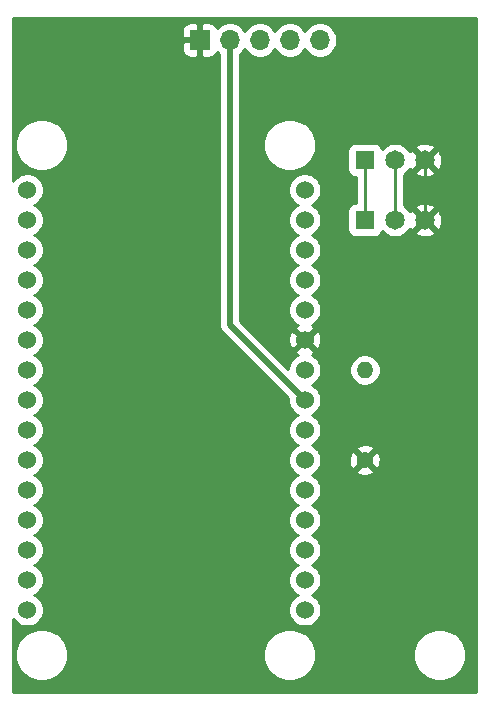
<source format=gbr>
%TF.GenerationSoftware,KiCad,Pcbnew,(5.1.9)-1*%
%TF.CreationDate,2021-04-23T18:31:25-07:00*%
%TF.ProjectId,LakeLevel,4c616b65-4c65-4766-956c-2e6b69636164,rev?*%
%TF.SameCoordinates,Original*%
%TF.FileFunction,Copper,L2,Bot*%
%TF.FilePolarity,Positive*%
%FSLAX46Y46*%
G04 Gerber Fmt 4.6, Leading zero omitted, Abs format (unit mm)*
G04 Created by KiCad (PCBNEW (5.1.9)-1) date 2021-04-23 18:31:25*
%MOMM*%
%LPD*%
G01*
G04 APERTURE LIST*
%TA.AperFunction,ComponentPad*%
%ADD10C,1.524000*%
%TD*%
%TA.AperFunction,ComponentPad*%
%ADD11O,1.400000X1.400000*%
%TD*%
%TA.AperFunction,ComponentPad*%
%ADD12C,1.400000*%
%TD*%
%TA.AperFunction,ComponentPad*%
%ADD13O,1.700000X1.700000*%
%TD*%
%TA.AperFunction,ComponentPad*%
%ADD14R,1.700000X1.700000*%
%TD*%
%TA.AperFunction,ComponentPad*%
%ADD15R,1.650000X1.650000*%
%TD*%
%TA.AperFunction,ComponentPad*%
%ADD16C,1.650000*%
%TD*%
%TA.AperFunction,Conductor*%
%ADD17C,0.250000*%
%TD*%
%TA.AperFunction,Conductor*%
%ADD18C,0.500000*%
%TD*%
%TA.AperFunction,Conductor*%
%ADD19C,0.254000*%
%TD*%
%TA.AperFunction,Conductor*%
%ADD20C,0.100000*%
%TD*%
G04 APERTURE END LIST*
D10*
%TO.P,U1,30*%
%TO.N,Net-(U1-Pad30)*%
X144780000Y-74930000D03*
%TO.P,U1,29*%
%TO.N,Net-(U1-Pad29)*%
X144780000Y-77470000D03*
%TO.P,U1,28*%
%TO.N,/DQ*%
X144780000Y-80010000D03*
%TO.P,U1,27*%
%TO.N,Net-(U1-Pad27)*%
X144780000Y-82550000D03*
%TO.P,U1,26*%
%TO.N,Net-(U1-Pad26)*%
X144780000Y-85090000D03*
%TO.P,U1,25*%
%TO.N,/VDD*%
X144780000Y-87630000D03*
%TO.P,U1,24*%
%TO.N,/GND*%
X144780000Y-90170000D03*
%TO.P,U1,23*%
%TO.N,/RX_Trig*%
X144780000Y-92710000D03*
%TO.P,U1,22*%
%TO.N,/TX_Echo*%
X144780000Y-95250000D03*
%TO.P,U1,21*%
%TO.N,Net-(U1-Pad21)*%
X144780000Y-97790000D03*
%TO.P,U1,20*%
%TO.N,Net-(U1-Pad20)*%
X144780000Y-100330000D03*
%TO.P,U1,19*%
%TO.N,Net-(U1-Pad19)*%
X144780000Y-102870000D03*
%TO.P,U1,18*%
%TO.N,Net-(U1-Pad18)*%
X144780000Y-105410000D03*
%TO.P,U1,17*%
%TO.N,/GND*%
X144780000Y-107950000D03*
%TO.P,U1,16*%
%TO.N,Net-(U1-Pad16)*%
X144780000Y-110490000D03*
%TO.P,U1,15*%
%TO.N,Net-(U1-Pad15)*%
X121285000Y-110490000D03*
%TO.P,U1,14*%
%TO.N,Net-(U1-Pad14)*%
X121285000Y-107950000D03*
%TO.P,U1,13*%
%TO.N,Net-(U1-Pad13)*%
X121285000Y-105410000D03*
%TO.P,U1,12*%
%TO.N,Net-(U1-Pad12)*%
X121285000Y-102870000D03*
%TO.P,U1,11*%
%TO.N,Net-(U1-Pad11)*%
X121285000Y-100330000D03*
%TO.P,U1,10*%
%TO.N,Net-(U1-Pad10)*%
X121285000Y-97790000D03*
%TO.P,U1,9*%
%TO.N,Net-(U1-Pad9)*%
X121285000Y-95250000D03*
%TO.P,U1,8*%
%TO.N,Net-(U1-Pad8)*%
X121285000Y-92710000D03*
%TO.P,U1,7*%
%TO.N,Net-(U1-Pad7)*%
X121285000Y-90170000D03*
%TO.P,U1,6*%
%TO.N,Net-(U1-Pad6)*%
X121285000Y-87630000D03*
%TO.P,U1,5*%
%TO.N,Net-(U1-Pad5)*%
X121285000Y-85090000D03*
%TO.P,U1,4*%
%TO.N,Net-(U1-Pad4)*%
X121285000Y-82550000D03*
%TO.P,U1,3*%
%TO.N,Net-(U1-Pad3)*%
X121285000Y-80010000D03*
%TO.P,U1,2*%
%TO.N,Net-(U1-Pad2)*%
X121285000Y-77470000D03*
%TO.P,U1,1*%
%TO.N,Net-(U1-Pad1)*%
X121285000Y-74930000D03*
%TD*%
D11*
%TO.P,R1,2*%
%TO.N,/DQ*%
X149860000Y-90170000D03*
D12*
%TO.P,R1,1*%
%TO.N,/VDD*%
X149860000Y-97790000D03*
%TD*%
D13*
%TO.P,J1,5*%
%TO.N,Net-(J1-Pad5)*%
X146050000Y-62230000D03*
%TO.P,J1,4*%
%TO.N,/GND*%
X143510000Y-62230000D03*
%TO.P,J1,3*%
%TO.N,/TX_Echo*%
X140970000Y-62230000D03*
%TO.P,J1,2*%
%TO.N,/RX_Trig*%
X138430000Y-62230000D03*
D14*
%TO.P,J1,1*%
%TO.N,/VDD*%
X135890000Y-62230000D03*
%TD*%
D15*
%TO.P,DS18B20,1_A*%
%TO.N,/GND*%
X149860000Y-72390000D03*
D16*
%TO.P,DS18B20,2_A*%
%TO.N,/DQ*%
X152400000Y-72390000D03*
%TO.P,DS18B20,3_A*%
%TO.N,/VDD*%
X154940000Y-72390000D03*
D15*
%TO.P,DS18B20,1_B*%
%TO.N,/GND*%
X149860000Y-77470000D03*
D16*
%TO.P,DS18B20,2_B*%
%TO.N,/DQ*%
X152400000Y-77470000D03*
%TO.P,DS18B20,3_B*%
%TO.N,/VDD*%
X154940000Y-77470000D03*
%TD*%
D17*
%TO.N,/VDD*%
X154940000Y-72390000D02*
X154940000Y-77470000D01*
%TO.N,/DQ*%
X152400000Y-72390000D02*
X152400000Y-77470000D01*
%TO.N,/GND*%
X149860000Y-76833590D02*
X149541795Y-77151795D01*
X149860000Y-72390000D02*
X149860000Y-76833590D01*
D18*
%TO.N,/RX_Trig*%
X138430000Y-86360000D02*
X144780000Y-92710000D01*
X138430000Y-62230000D02*
X138430000Y-86360000D01*
%TD*%
D19*
%TO.N,/VDD*%
X159310001Y-117400000D02*
X120090000Y-117400000D01*
X120090000Y-114079872D01*
X120285000Y-114079872D01*
X120285000Y-114520128D01*
X120370890Y-114951925D01*
X120539369Y-115358669D01*
X120783962Y-115724729D01*
X121095271Y-116036038D01*
X121461331Y-116280631D01*
X121868075Y-116449110D01*
X122299872Y-116535000D01*
X122740128Y-116535000D01*
X123171925Y-116449110D01*
X123578669Y-116280631D01*
X123944729Y-116036038D01*
X124256038Y-115724729D01*
X124500631Y-115358669D01*
X124669110Y-114951925D01*
X124755000Y-114520128D01*
X124755000Y-114079872D01*
X141275000Y-114079872D01*
X141275000Y-114520128D01*
X141360890Y-114951925D01*
X141529369Y-115358669D01*
X141773962Y-115724729D01*
X142085271Y-116036038D01*
X142451331Y-116280631D01*
X142858075Y-116449110D01*
X143289872Y-116535000D01*
X143730128Y-116535000D01*
X144161925Y-116449110D01*
X144568669Y-116280631D01*
X144934729Y-116036038D01*
X145246038Y-115724729D01*
X145490631Y-115358669D01*
X145659110Y-114951925D01*
X145745000Y-114520128D01*
X145745000Y-114079872D01*
X153975000Y-114079872D01*
X153975000Y-114520128D01*
X154060890Y-114951925D01*
X154229369Y-115358669D01*
X154473962Y-115724729D01*
X154785271Y-116036038D01*
X155151331Y-116280631D01*
X155558075Y-116449110D01*
X155989872Y-116535000D01*
X156430128Y-116535000D01*
X156861925Y-116449110D01*
X157268669Y-116280631D01*
X157634729Y-116036038D01*
X157946038Y-115724729D01*
X158190631Y-115358669D01*
X158359110Y-114951925D01*
X158445000Y-114520128D01*
X158445000Y-114079872D01*
X158359110Y-113648075D01*
X158190631Y-113241331D01*
X157946038Y-112875271D01*
X157634729Y-112563962D01*
X157268669Y-112319369D01*
X156861925Y-112150890D01*
X156430128Y-112065000D01*
X155989872Y-112065000D01*
X155558075Y-112150890D01*
X155151331Y-112319369D01*
X154785271Y-112563962D01*
X154473962Y-112875271D01*
X154229369Y-113241331D01*
X154060890Y-113648075D01*
X153975000Y-114079872D01*
X145745000Y-114079872D01*
X145659110Y-113648075D01*
X145490631Y-113241331D01*
X145246038Y-112875271D01*
X144934729Y-112563962D01*
X144568669Y-112319369D01*
X144161925Y-112150890D01*
X143730128Y-112065000D01*
X143289872Y-112065000D01*
X142858075Y-112150890D01*
X142451331Y-112319369D01*
X142085271Y-112563962D01*
X141773962Y-112875271D01*
X141529369Y-113241331D01*
X141360890Y-113648075D01*
X141275000Y-114079872D01*
X124755000Y-114079872D01*
X124669110Y-113648075D01*
X124500631Y-113241331D01*
X124256038Y-112875271D01*
X123944729Y-112563962D01*
X123578669Y-112319369D01*
X123171925Y-112150890D01*
X122740128Y-112065000D01*
X122299872Y-112065000D01*
X121868075Y-112150890D01*
X121461331Y-112319369D01*
X121095271Y-112563962D01*
X120783962Y-112875271D01*
X120539369Y-113241331D01*
X120370890Y-113648075D01*
X120285000Y-114079872D01*
X120090000Y-114079872D01*
X120090000Y-111216088D01*
X120199880Y-111380535D01*
X120394465Y-111575120D01*
X120623273Y-111728005D01*
X120877510Y-111833314D01*
X121147408Y-111887000D01*
X121422592Y-111887000D01*
X121692490Y-111833314D01*
X121946727Y-111728005D01*
X122175535Y-111575120D01*
X122370120Y-111380535D01*
X122523005Y-111151727D01*
X122628314Y-110897490D01*
X122682000Y-110627592D01*
X122682000Y-110352408D01*
X122628314Y-110082510D01*
X122523005Y-109828273D01*
X122370120Y-109599465D01*
X122175535Y-109404880D01*
X121946727Y-109251995D01*
X121869485Y-109220000D01*
X121946727Y-109188005D01*
X122175535Y-109035120D01*
X122370120Y-108840535D01*
X122523005Y-108611727D01*
X122628314Y-108357490D01*
X122682000Y-108087592D01*
X122682000Y-107812408D01*
X122628314Y-107542510D01*
X122523005Y-107288273D01*
X122370120Y-107059465D01*
X122175535Y-106864880D01*
X121946727Y-106711995D01*
X121869485Y-106680000D01*
X121946727Y-106648005D01*
X122175535Y-106495120D01*
X122370120Y-106300535D01*
X122523005Y-106071727D01*
X122628314Y-105817490D01*
X122682000Y-105547592D01*
X122682000Y-105272408D01*
X122628314Y-105002510D01*
X122523005Y-104748273D01*
X122370120Y-104519465D01*
X122175535Y-104324880D01*
X121946727Y-104171995D01*
X121869485Y-104140000D01*
X121946727Y-104108005D01*
X122175535Y-103955120D01*
X122370120Y-103760535D01*
X122523005Y-103531727D01*
X122628314Y-103277490D01*
X122682000Y-103007592D01*
X122682000Y-102732408D01*
X122628314Y-102462510D01*
X122523005Y-102208273D01*
X122370120Y-101979465D01*
X122175535Y-101784880D01*
X121946727Y-101631995D01*
X121869485Y-101600000D01*
X121946727Y-101568005D01*
X122175535Y-101415120D01*
X122370120Y-101220535D01*
X122523005Y-100991727D01*
X122628314Y-100737490D01*
X122682000Y-100467592D01*
X122682000Y-100192408D01*
X122628314Y-99922510D01*
X122523005Y-99668273D01*
X122370120Y-99439465D01*
X122175535Y-99244880D01*
X121946727Y-99091995D01*
X121869485Y-99060000D01*
X121946727Y-99028005D01*
X122175535Y-98875120D01*
X122370120Y-98680535D01*
X122523005Y-98451727D01*
X122628314Y-98197490D01*
X122682000Y-97927592D01*
X122682000Y-97652408D01*
X122628314Y-97382510D01*
X122523005Y-97128273D01*
X122370120Y-96899465D01*
X122175535Y-96704880D01*
X121946727Y-96551995D01*
X121869485Y-96520000D01*
X121946727Y-96488005D01*
X122175535Y-96335120D01*
X122370120Y-96140535D01*
X122523005Y-95911727D01*
X122628314Y-95657490D01*
X122682000Y-95387592D01*
X122682000Y-95112408D01*
X122628314Y-94842510D01*
X122523005Y-94588273D01*
X122370120Y-94359465D01*
X122175535Y-94164880D01*
X121946727Y-94011995D01*
X121869485Y-93980000D01*
X121946727Y-93948005D01*
X122175535Y-93795120D01*
X122370120Y-93600535D01*
X122523005Y-93371727D01*
X122628314Y-93117490D01*
X122682000Y-92847592D01*
X122682000Y-92572408D01*
X122628314Y-92302510D01*
X122523005Y-92048273D01*
X122370120Y-91819465D01*
X122175535Y-91624880D01*
X121946727Y-91471995D01*
X121869485Y-91440000D01*
X121946727Y-91408005D01*
X122175535Y-91255120D01*
X122370120Y-91060535D01*
X122523005Y-90831727D01*
X122628314Y-90577490D01*
X122682000Y-90307592D01*
X122682000Y-90032408D01*
X122628314Y-89762510D01*
X122523005Y-89508273D01*
X122370120Y-89279465D01*
X122175535Y-89084880D01*
X121946727Y-88931995D01*
X121869485Y-88900000D01*
X121946727Y-88868005D01*
X122175535Y-88715120D01*
X122370120Y-88520535D01*
X122523005Y-88291727D01*
X122628314Y-88037490D01*
X122682000Y-87767592D01*
X122682000Y-87492408D01*
X122628314Y-87222510D01*
X122523005Y-86968273D01*
X122370120Y-86739465D01*
X122175535Y-86544880D01*
X121946727Y-86391995D01*
X121869485Y-86360000D01*
X121946727Y-86328005D01*
X122175535Y-86175120D01*
X122370120Y-85980535D01*
X122523005Y-85751727D01*
X122628314Y-85497490D01*
X122682000Y-85227592D01*
X122682000Y-84952408D01*
X122628314Y-84682510D01*
X122523005Y-84428273D01*
X122370120Y-84199465D01*
X122175535Y-84004880D01*
X121946727Y-83851995D01*
X121869485Y-83820000D01*
X121946727Y-83788005D01*
X122175535Y-83635120D01*
X122370120Y-83440535D01*
X122523005Y-83211727D01*
X122628314Y-82957490D01*
X122682000Y-82687592D01*
X122682000Y-82412408D01*
X122628314Y-82142510D01*
X122523005Y-81888273D01*
X122370120Y-81659465D01*
X122175535Y-81464880D01*
X121946727Y-81311995D01*
X121869485Y-81280000D01*
X121946727Y-81248005D01*
X122175535Y-81095120D01*
X122370120Y-80900535D01*
X122523005Y-80671727D01*
X122628314Y-80417490D01*
X122682000Y-80147592D01*
X122682000Y-79872408D01*
X122628314Y-79602510D01*
X122523005Y-79348273D01*
X122370120Y-79119465D01*
X122175535Y-78924880D01*
X121946727Y-78771995D01*
X121869485Y-78740000D01*
X121946727Y-78708005D01*
X122175535Y-78555120D01*
X122370120Y-78360535D01*
X122523005Y-78131727D01*
X122628314Y-77877490D01*
X122682000Y-77607592D01*
X122682000Y-77332408D01*
X122628314Y-77062510D01*
X122523005Y-76808273D01*
X122370120Y-76579465D01*
X122175535Y-76384880D01*
X121946727Y-76231995D01*
X121869485Y-76200000D01*
X121946727Y-76168005D01*
X122175535Y-76015120D01*
X122370120Y-75820535D01*
X122523005Y-75591727D01*
X122628314Y-75337490D01*
X122682000Y-75067592D01*
X122682000Y-74792408D01*
X122628314Y-74522510D01*
X122523005Y-74268273D01*
X122370120Y-74039465D01*
X122175535Y-73844880D01*
X121946727Y-73691995D01*
X121692490Y-73586686D01*
X121422592Y-73533000D01*
X121147408Y-73533000D01*
X120877510Y-73586686D01*
X120623273Y-73691995D01*
X120394465Y-73844880D01*
X120199880Y-74039465D01*
X120090000Y-74203912D01*
X120090000Y-70899872D01*
X120285000Y-70899872D01*
X120285000Y-71340128D01*
X120370890Y-71771925D01*
X120539369Y-72178669D01*
X120783962Y-72544729D01*
X121095271Y-72856038D01*
X121461331Y-73100631D01*
X121868075Y-73269110D01*
X122299872Y-73355000D01*
X122740128Y-73355000D01*
X123171925Y-73269110D01*
X123578669Y-73100631D01*
X123944729Y-72856038D01*
X124256038Y-72544729D01*
X124500631Y-72178669D01*
X124669110Y-71771925D01*
X124755000Y-71340128D01*
X124755000Y-70899872D01*
X124669110Y-70468075D01*
X124500631Y-70061331D01*
X124256038Y-69695271D01*
X123944729Y-69383962D01*
X123578669Y-69139369D01*
X123171925Y-68970890D01*
X122740128Y-68885000D01*
X122299872Y-68885000D01*
X121868075Y-68970890D01*
X121461331Y-69139369D01*
X121095271Y-69383962D01*
X120783962Y-69695271D01*
X120539369Y-70061331D01*
X120370890Y-70468075D01*
X120285000Y-70899872D01*
X120090000Y-70899872D01*
X120090000Y-63080000D01*
X134401928Y-63080000D01*
X134414188Y-63204482D01*
X134450498Y-63324180D01*
X134509463Y-63434494D01*
X134588815Y-63531185D01*
X134685506Y-63610537D01*
X134795820Y-63669502D01*
X134915518Y-63705812D01*
X135040000Y-63718072D01*
X135604250Y-63715000D01*
X135763000Y-63556250D01*
X135763000Y-62357000D01*
X134563750Y-62357000D01*
X134405000Y-62515750D01*
X134401928Y-63080000D01*
X120090000Y-63080000D01*
X120090000Y-61380000D01*
X134401928Y-61380000D01*
X134405000Y-61944250D01*
X134563750Y-62103000D01*
X135763000Y-62103000D01*
X135763000Y-60903750D01*
X136017000Y-60903750D01*
X136017000Y-62103000D01*
X136037000Y-62103000D01*
X136037000Y-62357000D01*
X136017000Y-62357000D01*
X136017000Y-63556250D01*
X136175750Y-63715000D01*
X136740000Y-63718072D01*
X136864482Y-63705812D01*
X136984180Y-63669502D01*
X137094494Y-63610537D01*
X137191185Y-63531185D01*
X137270537Y-63434494D01*
X137329502Y-63324180D01*
X137351513Y-63251620D01*
X137483368Y-63383475D01*
X137545000Y-63424656D01*
X137545001Y-86316521D01*
X137540719Y-86360000D01*
X137557805Y-86533490D01*
X137608412Y-86700313D01*
X137690590Y-86854059D01*
X137773468Y-86955046D01*
X137773471Y-86955049D01*
X137801184Y-86988817D01*
X137834952Y-87016530D01*
X143384299Y-92565878D01*
X143383000Y-92572408D01*
X143383000Y-92847592D01*
X143436686Y-93117490D01*
X143541995Y-93371727D01*
X143694880Y-93600535D01*
X143889465Y-93795120D01*
X144118273Y-93948005D01*
X144195515Y-93980000D01*
X144118273Y-94011995D01*
X143889465Y-94164880D01*
X143694880Y-94359465D01*
X143541995Y-94588273D01*
X143436686Y-94842510D01*
X143383000Y-95112408D01*
X143383000Y-95387592D01*
X143436686Y-95657490D01*
X143541995Y-95911727D01*
X143694880Y-96140535D01*
X143889465Y-96335120D01*
X144118273Y-96488005D01*
X144195515Y-96520000D01*
X144118273Y-96551995D01*
X143889465Y-96704880D01*
X143694880Y-96899465D01*
X143541995Y-97128273D01*
X143436686Y-97382510D01*
X143383000Y-97652408D01*
X143383000Y-97927592D01*
X143436686Y-98197490D01*
X143541995Y-98451727D01*
X143694880Y-98680535D01*
X143889465Y-98875120D01*
X144118273Y-99028005D01*
X144195515Y-99060000D01*
X144118273Y-99091995D01*
X143889465Y-99244880D01*
X143694880Y-99439465D01*
X143541995Y-99668273D01*
X143436686Y-99922510D01*
X143383000Y-100192408D01*
X143383000Y-100467592D01*
X143436686Y-100737490D01*
X143541995Y-100991727D01*
X143694880Y-101220535D01*
X143889465Y-101415120D01*
X144118273Y-101568005D01*
X144195515Y-101600000D01*
X144118273Y-101631995D01*
X143889465Y-101784880D01*
X143694880Y-101979465D01*
X143541995Y-102208273D01*
X143436686Y-102462510D01*
X143383000Y-102732408D01*
X143383000Y-103007592D01*
X143436686Y-103277490D01*
X143541995Y-103531727D01*
X143694880Y-103760535D01*
X143889465Y-103955120D01*
X144118273Y-104108005D01*
X144195515Y-104140000D01*
X144118273Y-104171995D01*
X143889465Y-104324880D01*
X143694880Y-104519465D01*
X143541995Y-104748273D01*
X143436686Y-105002510D01*
X143383000Y-105272408D01*
X143383000Y-105547592D01*
X143436686Y-105817490D01*
X143541995Y-106071727D01*
X143694880Y-106300535D01*
X143889465Y-106495120D01*
X144118273Y-106648005D01*
X144195515Y-106680000D01*
X144118273Y-106711995D01*
X143889465Y-106864880D01*
X143694880Y-107059465D01*
X143541995Y-107288273D01*
X143436686Y-107542510D01*
X143383000Y-107812408D01*
X143383000Y-108087592D01*
X143436686Y-108357490D01*
X143541995Y-108611727D01*
X143694880Y-108840535D01*
X143889465Y-109035120D01*
X144118273Y-109188005D01*
X144195515Y-109220000D01*
X144118273Y-109251995D01*
X143889465Y-109404880D01*
X143694880Y-109599465D01*
X143541995Y-109828273D01*
X143436686Y-110082510D01*
X143383000Y-110352408D01*
X143383000Y-110627592D01*
X143436686Y-110897490D01*
X143541995Y-111151727D01*
X143694880Y-111380535D01*
X143889465Y-111575120D01*
X144118273Y-111728005D01*
X144372510Y-111833314D01*
X144642408Y-111887000D01*
X144917592Y-111887000D01*
X145187490Y-111833314D01*
X145441727Y-111728005D01*
X145670535Y-111575120D01*
X145865120Y-111380535D01*
X146018005Y-111151727D01*
X146123314Y-110897490D01*
X146177000Y-110627592D01*
X146177000Y-110352408D01*
X146123314Y-110082510D01*
X146018005Y-109828273D01*
X145865120Y-109599465D01*
X145670535Y-109404880D01*
X145441727Y-109251995D01*
X145364485Y-109220000D01*
X145441727Y-109188005D01*
X145670535Y-109035120D01*
X145865120Y-108840535D01*
X146018005Y-108611727D01*
X146123314Y-108357490D01*
X146177000Y-108087592D01*
X146177000Y-107812408D01*
X146123314Y-107542510D01*
X146018005Y-107288273D01*
X145865120Y-107059465D01*
X145670535Y-106864880D01*
X145441727Y-106711995D01*
X145364485Y-106680000D01*
X145441727Y-106648005D01*
X145670535Y-106495120D01*
X145865120Y-106300535D01*
X146018005Y-106071727D01*
X146123314Y-105817490D01*
X146177000Y-105547592D01*
X146177000Y-105272408D01*
X146123314Y-105002510D01*
X146018005Y-104748273D01*
X145865120Y-104519465D01*
X145670535Y-104324880D01*
X145441727Y-104171995D01*
X145364485Y-104140000D01*
X145441727Y-104108005D01*
X145670535Y-103955120D01*
X145865120Y-103760535D01*
X146018005Y-103531727D01*
X146123314Y-103277490D01*
X146177000Y-103007592D01*
X146177000Y-102732408D01*
X146123314Y-102462510D01*
X146018005Y-102208273D01*
X145865120Y-101979465D01*
X145670535Y-101784880D01*
X145441727Y-101631995D01*
X145364485Y-101600000D01*
X145441727Y-101568005D01*
X145670535Y-101415120D01*
X145865120Y-101220535D01*
X146018005Y-100991727D01*
X146123314Y-100737490D01*
X146177000Y-100467592D01*
X146177000Y-100192408D01*
X146123314Y-99922510D01*
X146018005Y-99668273D01*
X145865120Y-99439465D01*
X145670535Y-99244880D01*
X145441727Y-99091995D01*
X145364485Y-99060000D01*
X145441727Y-99028005D01*
X145670535Y-98875120D01*
X145834386Y-98711269D01*
X149118336Y-98711269D01*
X149177797Y-98945037D01*
X149416242Y-99055934D01*
X149671740Y-99118183D01*
X149934473Y-99129390D01*
X150194344Y-99089125D01*
X150441366Y-98998935D01*
X150542203Y-98945037D01*
X150601664Y-98711269D01*
X149860000Y-97969605D01*
X149118336Y-98711269D01*
X145834386Y-98711269D01*
X145865120Y-98680535D01*
X146018005Y-98451727D01*
X146123314Y-98197490D01*
X146177000Y-97927592D01*
X146177000Y-97864473D01*
X148520610Y-97864473D01*
X148560875Y-98124344D01*
X148651065Y-98371366D01*
X148704963Y-98472203D01*
X148938731Y-98531664D01*
X149680395Y-97790000D01*
X150039605Y-97790000D01*
X150781269Y-98531664D01*
X151015037Y-98472203D01*
X151125934Y-98233758D01*
X151188183Y-97978260D01*
X151199390Y-97715527D01*
X151159125Y-97455656D01*
X151068935Y-97208634D01*
X151015037Y-97107797D01*
X150781269Y-97048336D01*
X150039605Y-97790000D01*
X149680395Y-97790000D01*
X148938731Y-97048336D01*
X148704963Y-97107797D01*
X148594066Y-97346242D01*
X148531817Y-97601740D01*
X148520610Y-97864473D01*
X146177000Y-97864473D01*
X146177000Y-97652408D01*
X146123314Y-97382510D01*
X146018005Y-97128273D01*
X145865120Y-96899465D01*
X145834386Y-96868731D01*
X149118336Y-96868731D01*
X149860000Y-97610395D01*
X150601664Y-96868731D01*
X150542203Y-96634963D01*
X150303758Y-96524066D01*
X150048260Y-96461817D01*
X149785527Y-96450610D01*
X149525656Y-96490875D01*
X149278634Y-96581065D01*
X149177797Y-96634963D01*
X149118336Y-96868731D01*
X145834386Y-96868731D01*
X145670535Y-96704880D01*
X145441727Y-96551995D01*
X145364485Y-96520000D01*
X145441727Y-96488005D01*
X145670535Y-96335120D01*
X145865120Y-96140535D01*
X146018005Y-95911727D01*
X146123314Y-95657490D01*
X146177000Y-95387592D01*
X146177000Y-95112408D01*
X146123314Y-94842510D01*
X146018005Y-94588273D01*
X145865120Y-94359465D01*
X145670535Y-94164880D01*
X145441727Y-94011995D01*
X145364485Y-93980000D01*
X145441727Y-93948005D01*
X145670535Y-93795120D01*
X145865120Y-93600535D01*
X146018005Y-93371727D01*
X146123314Y-93117490D01*
X146177000Y-92847592D01*
X146177000Y-92572408D01*
X146123314Y-92302510D01*
X146018005Y-92048273D01*
X145865120Y-91819465D01*
X145670535Y-91624880D01*
X145441727Y-91471995D01*
X145364485Y-91440000D01*
X145441727Y-91408005D01*
X145670535Y-91255120D01*
X145865120Y-91060535D01*
X146018005Y-90831727D01*
X146123314Y-90577490D01*
X146177000Y-90307592D01*
X146177000Y-90038514D01*
X148525000Y-90038514D01*
X148525000Y-90301486D01*
X148576304Y-90559405D01*
X148676939Y-90802359D01*
X148823038Y-91021013D01*
X149008987Y-91206962D01*
X149227641Y-91353061D01*
X149470595Y-91453696D01*
X149728514Y-91505000D01*
X149991486Y-91505000D01*
X150249405Y-91453696D01*
X150492359Y-91353061D01*
X150711013Y-91206962D01*
X150896962Y-91021013D01*
X151043061Y-90802359D01*
X151143696Y-90559405D01*
X151195000Y-90301486D01*
X151195000Y-90038514D01*
X151143696Y-89780595D01*
X151043061Y-89537641D01*
X150896962Y-89318987D01*
X150711013Y-89133038D01*
X150492359Y-88986939D01*
X150249405Y-88886304D01*
X149991486Y-88835000D01*
X149728514Y-88835000D01*
X149470595Y-88886304D01*
X149227641Y-88986939D01*
X149008987Y-89133038D01*
X148823038Y-89318987D01*
X148676939Y-89537641D01*
X148576304Y-89780595D01*
X148525000Y-90038514D01*
X146177000Y-90038514D01*
X146177000Y-90032408D01*
X146123314Y-89762510D01*
X146018005Y-89508273D01*
X145865120Y-89279465D01*
X145670535Y-89084880D01*
X145441727Y-88931995D01*
X145370057Y-88902308D01*
X145383023Y-88897636D01*
X145498980Y-88835656D01*
X145565960Y-88595565D01*
X144780000Y-87809605D01*
X143994040Y-88595565D01*
X144061020Y-88835656D01*
X144196760Y-88899485D01*
X144118273Y-88931995D01*
X143889465Y-89084880D01*
X143694880Y-89279465D01*
X143541995Y-89508273D01*
X143436686Y-89762510D01*
X143383000Y-90032408D01*
X143383000Y-90061421D01*
X141023596Y-87702017D01*
X143378090Y-87702017D01*
X143419078Y-87974133D01*
X143512364Y-88233023D01*
X143574344Y-88348980D01*
X143814435Y-88415960D01*
X144600395Y-87630000D01*
X144959605Y-87630000D01*
X145745565Y-88415960D01*
X145985656Y-88348980D01*
X146102756Y-88099952D01*
X146169023Y-87832865D01*
X146181910Y-87557983D01*
X146140922Y-87285867D01*
X146047636Y-87026977D01*
X145985656Y-86911020D01*
X145745565Y-86844040D01*
X144959605Y-87630000D01*
X144600395Y-87630000D01*
X143814435Y-86844040D01*
X143574344Y-86911020D01*
X143457244Y-87160048D01*
X143390977Y-87427135D01*
X143378090Y-87702017D01*
X141023596Y-87702017D01*
X139315000Y-85993422D01*
X139315000Y-74792408D01*
X143383000Y-74792408D01*
X143383000Y-75067592D01*
X143436686Y-75337490D01*
X143541995Y-75591727D01*
X143694880Y-75820535D01*
X143889465Y-76015120D01*
X144118273Y-76168005D01*
X144195515Y-76200000D01*
X144118273Y-76231995D01*
X143889465Y-76384880D01*
X143694880Y-76579465D01*
X143541995Y-76808273D01*
X143436686Y-77062510D01*
X143383000Y-77332408D01*
X143383000Y-77607592D01*
X143436686Y-77877490D01*
X143541995Y-78131727D01*
X143694880Y-78360535D01*
X143889465Y-78555120D01*
X144118273Y-78708005D01*
X144195515Y-78740000D01*
X144118273Y-78771995D01*
X143889465Y-78924880D01*
X143694880Y-79119465D01*
X143541995Y-79348273D01*
X143436686Y-79602510D01*
X143383000Y-79872408D01*
X143383000Y-80147592D01*
X143436686Y-80417490D01*
X143541995Y-80671727D01*
X143694880Y-80900535D01*
X143889465Y-81095120D01*
X144118273Y-81248005D01*
X144195515Y-81280000D01*
X144118273Y-81311995D01*
X143889465Y-81464880D01*
X143694880Y-81659465D01*
X143541995Y-81888273D01*
X143436686Y-82142510D01*
X143383000Y-82412408D01*
X143383000Y-82687592D01*
X143436686Y-82957490D01*
X143541995Y-83211727D01*
X143694880Y-83440535D01*
X143889465Y-83635120D01*
X144118273Y-83788005D01*
X144195515Y-83820000D01*
X144118273Y-83851995D01*
X143889465Y-84004880D01*
X143694880Y-84199465D01*
X143541995Y-84428273D01*
X143436686Y-84682510D01*
X143383000Y-84952408D01*
X143383000Y-85227592D01*
X143436686Y-85497490D01*
X143541995Y-85751727D01*
X143694880Y-85980535D01*
X143889465Y-86175120D01*
X144118273Y-86328005D01*
X144189943Y-86357692D01*
X144176977Y-86362364D01*
X144061020Y-86424344D01*
X143994040Y-86664435D01*
X144780000Y-87450395D01*
X145565960Y-86664435D01*
X145498980Y-86424344D01*
X145363240Y-86360515D01*
X145441727Y-86328005D01*
X145670535Y-86175120D01*
X145865120Y-85980535D01*
X146018005Y-85751727D01*
X146123314Y-85497490D01*
X146177000Y-85227592D01*
X146177000Y-84952408D01*
X146123314Y-84682510D01*
X146018005Y-84428273D01*
X145865120Y-84199465D01*
X145670535Y-84004880D01*
X145441727Y-83851995D01*
X145364485Y-83820000D01*
X145441727Y-83788005D01*
X145670535Y-83635120D01*
X145865120Y-83440535D01*
X146018005Y-83211727D01*
X146123314Y-82957490D01*
X146177000Y-82687592D01*
X146177000Y-82412408D01*
X146123314Y-82142510D01*
X146018005Y-81888273D01*
X145865120Y-81659465D01*
X145670535Y-81464880D01*
X145441727Y-81311995D01*
X145364485Y-81280000D01*
X145441727Y-81248005D01*
X145670535Y-81095120D01*
X145865120Y-80900535D01*
X146018005Y-80671727D01*
X146123314Y-80417490D01*
X146177000Y-80147592D01*
X146177000Y-79872408D01*
X146123314Y-79602510D01*
X146018005Y-79348273D01*
X145865120Y-79119465D01*
X145670535Y-78924880D01*
X145441727Y-78771995D01*
X145364485Y-78740000D01*
X145441727Y-78708005D01*
X145670535Y-78555120D01*
X145865120Y-78360535D01*
X146018005Y-78131727D01*
X146123314Y-77877490D01*
X146177000Y-77607592D01*
X146177000Y-77332408D01*
X146123314Y-77062510D01*
X146018005Y-76808273D01*
X145865120Y-76579465D01*
X145670535Y-76384880D01*
X145441727Y-76231995D01*
X145364485Y-76200000D01*
X145441727Y-76168005D01*
X145670535Y-76015120D01*
X145865120Y-75820535D01*
X146018005Y-75591727D01*
X146123314Y-75337490D01*
X146177000Y-75067592D01*
X146177000Y-74792408D01*
X146123314Y-74522510D01*
X146018005Y-74268273D01*
X145865120Y-74039465D01*
X145670535Y-73844880D01*
X145441727Y-73691995D01*
X145187490Y-73586686D01*
X144917592Y-73533000D01*
X144642408Y-73533000D01*
X144372510Y-73586686D01*
X144118273Y-73691995D01*
X143889465Y-73844880D01*
X143694880Y-74039465D01*
X143541995Y-74268273D01*
X143436686Y-74522510D01*
X143383000Y-74792408D01*
X139315000Y-74792408D01*
X139315000Y-70899872D01*
X141275000Y-70899872D01*
X141275000Y-71340128D01*
X141360890Y-71771925D01*
X141529369Y-72178669D01*
X141773962Y-72544729D01*
X142085271Y-72856038D01*
X142451331Y-73100631D01*
X142858075Y-73269110D01*
X143289872Y-73355000D01*
X143730128Y-73355000D01*
X144161925Y-73269110D01*
X144568669Y-73100631D01*
X144934729Y-72856038D01*
X145246038Y-72544729D01*
X145490631Y-72178669D01*
X145659110Y-71771925D01*
X145700270Y-71565000D01*
X148396928Y-71565000D01*
X148396928Y-73215000D01*
X148409188Y-73339482D01*
X148445498Y-73459180D01*
X148504463Y-73569494D01*
X148583815Y-73666185D01*
X148680506Y-73745537D01*
X148790820Y-73804502D01*
X148910518Y-73840812D01*
X149035000Y-73853072D01*
X149100000Y-73853072D01*
X149100001Y-76006928D01*
X149035000Y-76006928D01*
X148910518Y-76019188D01*
X148790820Y-76055498D01*
X148680506Y-76114463D01*
X148583815Y-76193815D01*
X148504463Y-76290506D01*
X148445498Y-76400820D01*
X148409188Y-76520518D01*
X148396928Y-76645000D01*
X148396928Y-78295000D01*
X148409188Y-78419482D01*
X148445498Y-78539180D01*
X148504463Y-78649494D01*
X148583815Y-78746185D01*
X148680506Y-78825537D01*
X148790820Y-78884502D01*
X148910518Y-78920812D01*
X149035000Y-78933072D01*
X150685000Y-78933072D01*
X150809482Y-78920812D01*
X150929180Y-78884502D01*
X151039494Y-78825537D01*
X151136185Y-78746185D01*
X151215537Y-78649494D01*
X151274502Y-78539180D01*
X151304742Y-78439494D01*
X151469304Y-78604056D01*
X151708431Y-78763835D01*
X151974134Y-78873893D01*
X152256203Y-78930000D01*
X152543797Y-78930000D01*
X152825866Y-78873893D01*
X153091569Y-78763835D01*
X153330696Y-78604056D01*
X153454201Y-78480551D01*
X154109054Y-78480551D01*
X154183663Y-78727073D01*
X154443439Y-78850473D01*
X154722297Y-78920823D01*
X155009521Y-78935417D01*
X155294074Y-78893697D01*
X155565020Y-78797265D01*
X155696337Y-78727073D01*
X155770946Y-78480551D01*
X154940000Y-77649605D01*
X154109054Y-78480551D01*
X153454201Y-78480551D01*
X153534056Y-78400696D01*
X153668541Y-78199424D01*
X153682927Y-78226337D01*
X153929449Y-78300946D01*
X154760395Y-77470000D01*
X155119605Y-77470000D01*
X155950551Y-78300946D01*
X156197073Y-78226337D01*
X156320473Y-77966561D01*
X156390823Y-77687703D01*
X156405417Y-77400479D01*
X156363697Y-77115926D01*
X156267265Y-76844980D01*
X156197073Y-76713663D01*
X155950551Y-76639054D01*
X155119605Y-77470000D01*
X154760395Y-77470000D01*
X153929449Y-76639054D01*
X153682927Y-76713663D01*
X153669477Y-76741977D01*
X153534056Y-76539304D01*
X153454201Y-76459449D01*
X154109054Y-76459449D01*
X154940000Y-77290395D01*
X155770946Y-76459449D01*
X155696337Y-76212927D01*
X155436561Y-76089527D01*
X155157703Y-76019177D01*
X154870479Y-76004583D01*
X154585926Y-76046303D01*
X154314980Y-76142735D01*
X154183663Y-76212927D01*
X154109054Y-76459449D01*
X153454201Y-76459449D01*
X153330696Y-76335944D01*
X153160000Y-76221889D01*
X153160000Y-73638111D01*
X153330696Y-73524056D01*
X153454201Y-73400551D01*
X154109054Y-73400551D01*
X154183663Y-73647073D01*
X154443439Y-73770473D01*
X154722297Y-73840823D01*
X155009521Y-73855417D01*
X155294074Y-73813697D01*
X155565020Y-73717265D01*
X155696337Y-73647073D01*
X155770946Y-73400551D01*
X154940000Y-72569605D01*
X154109054Y-73400551D01*
X153454201Y-73400551D01*
X153534056Y-73320696D01*
X153668541Y-73119424D01*
X153682927Y-73146337D01*
X153929449Y-73220946D01*
X154760395Y-72390000D01*
X155119605Y-72390000D01*
X155950551Y-73220946D01*
X156197073Y-73146337D01*
X156320473Y-72886561D01*
X156390823Y-72607703D01*
X156405417Y-72320479D01*
X156363697Y-72035926D01*
X156267265Y-71764980D01*
X156197073Y-71633663D01*
X155950551Y-71559054D01*
X155119605Y-72390000D01*
X154760395Y-72390000D01*
X153929449Y-71559054D01*
X153682927Y-71633663D01*
X153669477Y-71661977D01*
X153534056Y-71459304D01*
X153454201Y-71379449D01*
X154109054Y-71379449D01*
X154940000Y-72210395D01*
X155770946Y-71379449D01*
X155696337Y-71132927D01*
X155436561Y-71009527D01*
X155157703Y-70939177D01*
X154870479Y-70924583D01*
X154585926Y-70966303D01*
X154314980Y-71062735D01*
X154183663Y-71132927D01*
X154109054Y-71379449D01*
X153454201Y-71379449D01*
X153330696Y-71255944D01*
X153091569Y-71096165D01*
X152825866Y-70986107D01*
X152543797Y-70930000D01*
X152256203Y-70930000D01*
X151974134Y-70986107D01*
X151708431Y-71096165D01*
X151469304Y-71255944D01*
X151304742Y-71420506D01*
X151274502Y-71320820D01*
X151215537Y-71210506D01*
X151136185Y-71113815D01*
X151039494Y-71034463D01*
X150929180Y-70975498D01*
X150809482Y-70939188D01*
X150685000Y-70926928D01*
X149035000Y-70926928D01*
X148910518Y-70939188D01*
X148790820Y-70975498D01*
X148680506Y-71034463D01*
X148583815Y-71113815D01*
X148504463Y-71210506D01*
X148445498Y-71320820D01*
X148409188Y-71440518D01*
X148396928Y-71565000D01*
X145700270Y-71565000D01*
X145745000Y-71340128D01*
X145745000Y-70899872D01*
X145659110Y-70468075D01*
X145490631Y-70061331D01*
X145246038Y-69695271D01*
X144934729Y-69383962D01*
X144568669Y-69139369D01*
X144161925Y-68970890D01*
X143730128Y-68885000D01*
X143289872Y-68885000D01*
X142858075Y-68970890D01*
X142451331Y-69139369D01*
X142085271Y-69383962D01*
X141773962Y-69695271D01*
X141529369Y-70061331D01*
X141360890Y-70468075D01*
X141275000Y-70899872D01*
X139315000Y-70899872D01*
X139315000Y-63424656D01*
X139376632Y-63383475D01*
X139583475Y-63176632D01*
X139700000Y-63002240D01*
X139816525Y-63176632D01*
X140023368Y-63383475D01*
X140266589Y-63545990D01*
X140536842Y-63657932D01*
X140823740Y-63715000D01*
X141116260Y-63715000D01*
X141403158Y-63657932D01*
X141673411Y-63545990D01*
X141916632Y-63383475D01*
X142123475Y-63176632D01*
X142240000Y-63002240D01*
X142356525Y-63176632D01*
X142563368Y-63383475D01*
X142806589Y-63545990D01*
X143076842Y-63657932D01*
X143363740Y-63715000D01*
X143656260Y-63715000D01*
X143943158Y-63657932D01*
X144213411Y-63545990D01*
X144456632Y-63383475D01*
X144663475Y-63176632D01*
X144780000Y-63002240D01*
X144896525Y-63176632D01*
X145103368Y-63383475D01*
X145346589Y-63545990D01*
X145616842Y-63657932D01*
X145903740Y-63715000D01*
X146196260Y-63715000D01*
X146483158Y-63657932D01*
X146753411Y-63545990D01*
X146996632Y-63383475D01*
X147203475Y-63176632D01*
X147365990Y-62933411D01*
X147477932Y-62663158D01*
X147535000Y-62376260D01*
X147535000Y-62083740D01*
X147477932Y-61796842D01*
X147365990Y-61526589D01*
X147203475Y-61283368D01*
X146996632Y-61076525D01*
X146753411Y-60914010D01*
X146483158Y-60802068D01*
X146196260Y-60745000D01*
X145903740Y-60745000D01*
X145616842Y-60802068D01*
X145346589Y-60914010D01*
X145103368Y-61076525D01*
X144896525Y-61283368D01*
X144780000Y-61457760D01*
X144663475Y-61283368D01*
X144456632Y-61076525D01*
X144213411Y-60914010D01*
X143943158Y-60802068D01*
X143656260Y-60745000D01*
X143363740Y-60745000D01*
X143076842Y-60802068D01*
X142806589Y-60914010D01*
X142563368Y-61076525D01*
X142356525Y-61283368D01*
X142240000Y-61457760D01*
X142123475Y-61283368D01*
X141916632Y-61076525D01*
X141673411Y-60914010D01*
X141403158Y-60802068D01*
X141116260Y-60745000D01*
X140823740Y-60745000D01*
X140536842Y-60802068D01*
X140266589Y-60914010D01*
X140023368Y-61076525D01*
X139816525Y-61283368D01*
X139700000Y-61457760D01*
X139583475Y-61283368D01*
X139376632Y-61076525D01*
X139133411Y-60914010D01*
X138863158Y-60802068D01*
X138576260Y-60745000D01*
X138283740Y-60745000D01*
X137996842Y-60802068D01*
X137726589Y-60914010D01*
X137483368Y-61076525D01*
X137351513Y-61208380D01*
X137329502Y-61135820D01*
X137270537Y-61025506D01*
X137191185Y-60928815D01*
X137094494Y-60849463D01*
X136984180Y-60790498D01*
X136864482Y-60754188D01*
X136740000Y-60741928D01*
X136175750Y-60745000D01*
X136017000Y-60903750D01*
X135763000Y-60903750D01*
X135604250Y-60745000D01*
X135040000Y-60741928D01*
X134915518Y-60754188D01*
X134795820Y-60790498D01*
X134685506Y-60849463D01*
X134588815Y-60928815D01*
X134509463Y-61025506D01*
X134450498Y-61135820D01*
X134414188Y-61255518D01*
X134401928Y-61380000D01*
X120090000Y-61380000D01*
X120090000Y-60400000D01*
X159310000Y-60400000D01*
X159310001Y-117400000D01*
%TA.AperFunction,Conductor*%
D20*
G36*
X159310001Y-117400000D02*
G01*
X120090000Y-117400000D01*
X120090000Y-114079872D01*
X120285000Y-114079872D01*
X120285000Y-114520128D01*
X120370890Y-114951925D01*
X120539369Y-115358669D01*
X120783962Y-115724729D01*
X121095271Y-116036038D01*
X121461331Y-116280631D01*
X121868075Y-116449110D01*
X122299872Y-116535000D01*
X122740128Y-116535000D01*
X123171925Y-116449110D01*
X123578669Y-116280631D01*
X123944729Y-116036038D01*
X124256038Y-115724729D01*
X124500631Y-115358669D01*
X124669110Y-114951925D01*
X124755000Y-114520128D01*
X124755000Y-114079872D01*
X141275000Y-114079872D01*
X141275000Y-114520128D01*
X141360890Y-114951925D01*
X141529369Y-115358669D01*
X141773962Y-115724729D01*
X142085271Y-116036038D01*
X142451331Y-116280631D01*
X142858075Y-116449110D01*
X143289872Y-116535000D01*
X143730128Y-116535000D01*
X144161925Y-116449110D01*
X144568669Y-116280631D01*
X144934729Y-116036038D01*
X145246038Y-115724729D01*
X145490631Y-115358669D01*
X145659110Y-114951925D01*
X145745000Y-114520128D01*
X145745000Y-114079872D01*
X153975000Y-114079872D01*
X153975000Y-114520128D01*
X154060890Y-114951925D01*
X154229369Y-115358669D01*
X154473962Y-115724729D01*
X154785271Y-116036038D01*
X155151331Y-116280631D01*
X155558075Y-116449110D01*
X155989872Y-116535000D01*
X156430128Y-116535000D01*
X156861925Y-116449110D01*
X157268669Y-116280631D01*
X157634729Y-116036038D01*
X157946038Y-115724729D01*
X158190631Y-115358669D01*
X158359110Y-114951925D01*
X158445000Y-114520128D01*
X158445000Y-114079872D01*
X158359110Y-113648075D01*
X158190631Y-113241331D01*
X157946038Y-112875271D01*
X157634729Y-112563962D01*
X157268669Y-112319369D01*
X156861925Y-112150890D01*
X156430128Y-112065000D01*
X155989872Y-112065000D01*
X155558075Y-112150890D01*
X155151331Y-112319369D01*
X154785271Y-112563962D01*
X154473962Y-112875271D01*
X154229369Y-113241331D01*
X154060890Y-113648075D01*
X153975000Y-114079872D01*
X145745000Y-114079872D01*
X145659110Y-113648075D01*
X145490631Y-113241331D01*
X145246038Y-112875271D01*
X144934729Y-112563962D01*
X144568669Y-112319369D01*
X144161925Y-112150890D01*
X143730128Y-112065000D01*
X143289872Y-112065000D01*
X142858075Y-112150890D01*
X142451331Y-112319369D01*
X142085271Y-112563962D01*
X141773962Y-112875271D01*
X141529369Y-113241331D01*
X141360890Y-113648075D01*
X141275000Y-114079872D01*
X124755000Y-114079872D01*
X124669110Y-113648075D01*
X124500631Y-113241331D01*
X124256038Y-112875271D01*
X123944729Y-112563962D01*
X123578669Y-112319369D01*
X123171925Y-112150890D01*
X122740128Y-112065000D01*
X122299872Y-112065000D01*
X121868075Y-112150890D01*
X121461331Y-112319369D01*
X121095271Y-112563962D01*
X120783962Y-112875271D01*
X120539369Y-113241331D01*
X120370890Y-113648075D01*
X120285000Y-114079872D01*
X120090000Y-114079872D01*
X120090000Y-111216088D01*
X120199880Y-111380535D01*
X120394465Y-111575120D01*
X120623273Y-111728005D01*
X120877510Y-111833314D01*
X121147408Y-111887000D01*
X121422592Y-111887000D01*
X121692490Y-111833314D01*
X121946727Y-111728005D01*
X122175535Y-111575120D01*
X122370120Y-111380535D01*
X122523005Y-111151727D01*
X122628314Y-110897490D01*
X122682000Y-110627592D01*
X122682000Y-110352408D01*
X122628314Y-110082510D01*
X122523005Y-109828273D01*
X122370120Y-109599465D01*
X122175535Y-109404880D01*
X121946727Y-109251995D01*
X121869485Y-109220000D01*
X121946727Y-109188005D01*
X122175535Y-109035120D01*
X122370120Y-108840535D01*
X122523005Y-108611727D01*
X122628314Y-108357490D01*
X122682000Y-108087592D01*
X122682000Y-107812408D01*
X122628314Y-107542510D01*
X122523005Y-107288273D01*
X122370120Y-107059465D01*
X122175535Y-106864880D01*
X121946727Y-106711995D01*
X121869485Y-106680000D01*
X121946727Y-106648005D01*
X122175535Y-106495120D01*
X122370120Y-106300535D01*
X122523005Y-106071727D01*
X122628314Y-105817490D01*
X122682000Y-105547592D01*
X122682000Y-105272408D01*
X122628314Y-105002510D01*
X122523005Y-104748273D01*
X122370120Y-104519465D01*
X122175535Y-104324880D01*
X121946727Y-104171995D01*
X121869485Y-104140000D01*
X121946727Y-104108005D01*
X122175535Y-103955120D01*
X122370120Y-103760535D01*
X122523005Y-103531727D01*
X122628314Y-103277490D01*
X122682000Y-103007592D01*
X122682000Y-102732408D01*
X122628314Y-102462510D01*
X122523005Y-102208273D01*
X122370120Y-101979465D01*
X122175535Y-101784880D01*
X121946727Y-101631995D01*
X121869485Y-101600000D01*
X121946727Y-101568005D01*
X122175535Y-101415120D01*
X122370120Y-101220535D01*
X122523005Y-100991727D01*
X122628314Y-100737490D01*
X122682000Y-100467592D01*
X122682000Y-100192408D01*
X122628314Y-99922510D01*
X122523005Y-99668273D01*
X122370120Y-99439465D01*
X122175535Y-99244880D01*
X121946727Y-99091995D01*
X121869485Y-99060000D01*
X121946727Y-99028005D01*
X122175535Y-98875120D01*
X122370120Y-98680535D01*
X122523005Y-98451727D01*
X122628314Y-98197490D01*
X122682000Y-97927592D01*
X122682000Y-97652408D01*
X122628314Y-97382510D01*
X122523005Y-97128273D01*
X122370120Y-96899465D01*
X122175535Y-96704880D01*
X121946727Y-96551995D01*
X121869485Y-96520000D01*
X121946727Y-96488005D01*
X122175535Y-96335120D01*
X122370120Y-96140535D01*
X122523005Y-95911727D01*
X122628314Y-95657490D01*
X122682000Y-95387592D01*
X122682000Y-95112408D01*
X122628314Y-94842510D01*
X122523005Y-94588273D01*
X122370120Y-94359465D01*
X122175535Y-94164880D01*
X121946727Y-94011995D01*
X121869485Y-93980000D01*
X121946727Y-93948005D01*
X122175535Y-93795120D01*
X122370120Y-93600535D01*
X122523005Y-93371727D01*
X122628314Y-93117490D01*
X122682000Y-92847592D01*
X122682000Y-92572408D01*
X122628314Y-92302510D01*
X122523005Y-92048273D01*
X122370120Y-91819465D01*
X122175535Y-91624880D01*
X121946727Y-91471995D01*
X121869485Y-91440000D01*
X121946727Y-91408005D01*
X122175535Y-91255120D01*
X122370120Y-91060535D01*
X122523005Y-90831727D01*
X122628314Y-90577490D01*
X122682000Y-90307592D01*
X122682000Y-90032408D01*
X122628314Y-89762510D01*
X122523005Y-89508273D01*
X122370120Y-89279465D01*
X122175535Y-89084880D01*
X121946727Y-88931995D01*
X121869485Y-88900000D01*
X121946727Y-88868005D01*
X122175535Y-88715120D01*
X122370120Y-88520535D01*
X122523005Y-88291727D01*
X122628314Y-88037490D01*
X122682000Y-87767592D01*
X122682000Y-87492408D01*
X122628314Y-87222510D01*
X122523005Y-86968273D01*
X122370120Y-86739465D01*
X122175535Y-86544880D01*
X121946727Y-86391995D01*
X121869485Y-86360000D01*
X121946727Y-86328005D01*
X122175535Y-86175120D01*
X122370120Y-85980535D01*
X122523005Y-85751727D01*
X122628314Y-85497490D01*
X122682000Y-85227592D01*
X122682000Y-84952408D01*
X122628314Y-84682510D01*
X122523005Y-84428273D01*
X122370120Y-84199465D01*
X122175535Y-84004880D01*
X121946727Y-83851995D01*
X121869485Y-83820000D01*
X121946727Y-83788005D01*
X122175535Y-83635120D01*
X122370120Y-83440535D01*
X122523005Y-83211727D01*
X122628314Y-82957490D01*
X122682000Y-82687592D01*
X122682000Y-82412408D01*
X122628314Y-82142510D01*
X122523005Y-81888273D01*
X122370120Y-81659465D01*
X122175535Y-81464880D01*
X121946727Y-81311995D01*
X121869485Y-81280000D01*
X121946727Y-81248005D01*
X122175535Y-81095120D01*
X122370120Y-80900535D01*
X122523005Y-80671727D01*
X122628314Y-80417490D01*
X122682000Y-80147592D01*
X122682000Y-79872408D01*
X122628314Y-79602510D01*
X122523005Y-79348273D01*
X122370120Y-79119465D01*
X122175535Y-78924880D01*
X121946727Y-78771995D01*
X121869485Y-78740000D01*
X121946727Y-78708005D01*
X122175535Y-78555120D01*
X122370120Y-78360535D01*
X122523005Y-78131727D01*
X122628314Y-77877490D01*
X122682000Y-77607592D01*
X122682000Y-77332408D01*
X122628314Y-77062510D01*
X122523005Y-76808273D01*
X122370120Y-76579465D01*
X122175535Y-76384880D01*
X121946727Y-76231995D01*
X121869485Y-76200000D01*
X121946727Y-76168005D01*
X122175535Y-76015120D01*
X122370120Y-75820535D01*
X122523005Y-75591727D01*
X122628314Y-75337490D01*
X122682000Y-75067592D01*
X122682000Y-74792408D01*
X122628314Y-74522510D01*
X122523005Y-74268273D01*
X122370120Y-74039465D01*
X122175535Y-73844880D01*
X121946727Y-73691995D01*
X121692490Y-73586686D01*
X121422592Y-73533000D01*
X121147408Y-73533000D01*
X120877510Y-73586686D01*
X120623273Y-73691995D01*
X120394465Y-73844880D01*
X120199880Y-74039465D01*
X120090000Y-74203912D01*
X120090000Y-70899872D01*
X120285000Y-70899872D01*
X120285000Y-71340128D01*
X120370890Y-71771925D01*
X120539369Y-72178669D01*
X120783962Y-72544729D01*
X121095271Y-72856038D01*
X121461331Y-73100631D01*
X121868075Y-73269110D01*
X122299872Y-73355000D01*
X122740128Y-73355000D01*
X123171925Y-73269110D01*
X123578669Y-73100631D01*
X123944729Y-72856038D01*
X124256038Y-72544729D01*
X124500631Y-72178669D01*
X124669110Y-71771925D01*
X124755000Y-71340128D01*
X124755000Y-70899872D01*
X124669110Y-70468075D01*
X124500631Y-70061331D01*
X124256038Y-69695271D01*
X123944729Y-69383962D01*
X123578669Y-69139369D01*
X123171925Y-68970890D01*
X122740128Y-68885000D01*
X122299872Y-68885000D01*
X121868075Y-68970890D01*
X121461331Y-69139369D01*
X121095271Y-69383962D01*
X120783962Y-69695271D01*
X120539369Y-70061331D01*
X120370890Y-70468075D01*
X120285000Y-70899872D01*
X120090000Y-70899872D01*
X120090000Y-63080000D01*
X134401928Y-63080000D01*
X134414188Y-63204482D01*
X134450498Y-63324180D01*
X134509463Y-63434494D01*
X134588815Y-63531185D01*
X134685506Y-63610537D01*
X134795820Y-63669502D01*
X134915518Y-63705812D01*
X135040000Y-63718072D01*
X135604250Y-63715000D01*
X135763000Y-63556250D01*
X135763000Y-62357000D01*
X134563750Y-62357000D01*
X134405000Y-62515750D01*
X134401928Y-63080000D01*
X120090000Y-63080000D01*
X120090000Y-61380000D01*
X134401928Y-61380000D01*
X134405000Y-61944250D01*
X134563750Y-62103000D01*
X135763000Y-62103000D01*
X135763000Y-60903750D01*
X136017000Y-60903750D01*
X136017000Y-62103000D01*
X136037000Y-62103000D01*
X136037000Y-62357000D01*
X136017000Y-62357000D01*
X136017000Y-63556250D01*
X136175750Y-63715000D01*
X136740000Y-63718072D01*
X136864482Y-63705812D01*
X136984180Y-63669502D01*
X137094494Y-63610537D01*
X137191185Y-63531185D01*
X137270537Y-63434494D01*
X137329502Y-63324180D01*
X137351513Y-63251620D01*
X137483368Y-63383475D01*
X137545000Y-63424656D01*
X137545001Y-86316521D01*
X137540719Y-86360000D01*
X137557805Y-86533490D01*
X137608412Y-86700313D01*
X137690590Y-86854059D01*
X137773468Y-86955046D01*
X137773471Y-86955049D01*
X137801184Y-86988817D01*
X137834952Y-87016530D01*
X143384299Y-92565878D01*
X143383000Y-92572408D01*
X143383000Y-92847592D01*
X143436686Y-93117490D01*
X143541995Y-93371727D01*
X143694880Y-93600535D01*
X143889465Y-93795120D01*
X144118273Y-93948005D01*
X144195515Y-93980000D01*
X144118273Y-94011995D01*
X143889465Y-94164880D01*
X143694880Y-94359465D01*
X143541995Y-94588273D01*
X143436686Y-94842510D01*
X143383000Y-95112408D01*
X143383000Y-95387592D01*
X143436686Y-95657490D01*
X143541995Y-95911727D01*
X143694880Y-96140535D01*
X143889465Y-96335120D01*
X144118273Y-96488005D01*
X144195515Y-96520000D01*
X144118273Y-96551995D01*
X143889465Y-96704880D01*
X143694880Y-96899465D01*
X143541995Y-97128273D01*
X143436686Y-97382510D01*
X143383000Y-97652408D01*
X143383000Y-97927592D01*
X143436686Y-98197490D01*
X143541995Y-98451727D01*
X143694880Y-98680535D01*
X143889465Y-98875120D01*
X144118273Y-99028005D01*
X144195515Y-99060000D01*
X144118273Y-99091995D01*
X143889465Y-99244880D01*
X143694880Y-99439465D01*
X143541995Y-99668273D01*
X143436686Y-99922510D01*
X143383000Y-100192408D01*
X143383000Y-100467592D01*
X143436686Y-100737490D01*
X143541995Y-100991727D01*
X143694880Y-101220535D01*
X143889465Y-101415120D01*
X144118273Y-101568005D01*
X144195515Y-101600000D01*
X144118273Y-101631995D01*
X143889465Y-101784880D01*
X143694880Y-101979465D01*
X143541995Y-102208273D01*
X143436686Y-102462510D01*
X143383000Y-102732408D01*
X143383000Y-103007592D01*
X143436686Y-103277490D01*
X143541995Y-103531727D01*
X143694880Y-103760535D01*
X143889465Y-103955120D01*
X144118273Y-104108005D01*
X144195515Y-104140000D01*
X144118273Y-104171995D01*
X143889465Y-104324880D01*
X143694880Y-104519465D01*
X143541995Y-104748273D01*
X143436686Y-105002510D01*
X143383000Y-105272408D01*
X143383000Y-105547592D01*
X143436686Y-105817490D01*
X143541995Y-106071727D01*
X143694880Y-106300535D01*
X143889465Y-106495120D01*
X144118273Y-106648005D01*
X144195515Y-106680000D01*
X144118273Y-106711995D01*
X143889465Y-106864880D01*
X143694880Y-107059465D01*
X143541995Y-107288273D01*
X143436686Y-107542510D01*
X143383000Y-107812408D01*
X143383000Y-108087592D01*
X143436686Y-108357490D01*
X143541995Y-108611727D01*
X143694880Y-108840535D01*
X143889465Y-109035120D01*
X144118273Y-109188005D01*
X144195515Y-109220000D01*
X144118273Y-109251995D01*
X143889465Y-109404880D01*
X143694880Y-109599465D01*
X143541995Y-109828273D01*
X143436686Y-110082510D01*
X143383000Y-110352408D01*
X143383000Y-110627592D01*
X143436686Y-110897490D01*
X143541995Y-111151727D01*
X143694880Y-111380535D01*
X143889465Y-111575120D01*
X144118273Y-111728005D01*
X144372510Y-111833314D01*
X144642408Y-111887000D01*
X144917592Y-111887000D01*
X145187490Y-111833314D01*
X145441727Y-111728005D01*
X145670535Y-111575120D01*
X145865120Y-111380535D01*
X146018005Y-111151727D01*
X146123314Y-110897490D01*
X146177000Y-110627592D01*
X146177000Y-110352408D01*
X146123314Y-110082510D01*
X146018005Y-109828273D01*
X145865120Y-109599465D01*
X145670535Y-109404880D01*
X145441727Y-109251995D01*
X145364485Y-109220000D01*
X145441727Y-109188005D01*
X145670535Y-109035120D01*
X145865120Y-108840535D01*
X146018005Y-108611727D01*
X146123314Y-108357490D01*
X146177000Y-108087592D01*
X146177000Y-107812408D01*
X146123314Y-107542510D01*
X146018005Y-107288273D01*
X145865120Y-107059465D01*
X145670535Y-106864880D01*
X145441727Y-106711995D01*
X145364485Y-106680000D01*
X145441727Y-106648005D01*
X145670535Y-106495120D01*
X145865120Y-106300535D01*
X146018005Y-106071727D01*
X146123314Y-105817490D01*
X146177000Y-105547592D01*
X146177000Y-105272408D01*
X146123314Y-105002510D01*
X146018005Y-104748273D01*
X145865120Y-104519465D01*
X145670535Y-104324880D01*
X145441727Y-104171995D01*
X145364485Y-104140000D01*
X145441727Y-104108005D01*
X145670535Y-103955120D01*
X145865120Y-103760535D01*
X146018005Y-103531727D01*
X146123314Y-103277490D01*
X146177000Y-103007592D01*
X146177000Y-102732408D01*
X146123314Y-102462510D01*
X146018005Y-102208273D01*
X145865120Y-101979465D01*
X145670535Y-101784880D01*
X145441727Y-101631995D01*
X145364485Y-101600000D01*
X145441727Y-101568005D01*
X145670535Y-101415120D01*
X145865120Y-101220535D01*
X146018005Y-100991727D01*
X146123314Y-100737490D01*
X146177000Y-100467592D01*
X146177000Y-100192408D01*
X146123314Y-99922510D01*
X146018005Y-99668273D01*
X145865120Y-99439465D01*
X145670535Y-99244880D01*
X145441727Y-99091995D01*
X145364485Y-99060000D01*
X145441727Y-99028005D01*
X145670535Y-98875120D01*
X145834386Y-98711269D01*
X149118336Y-98711269D01*
X149177797Y-98945037D01*
X149416242Y-99055934D01*
X149671740Y-99118183D01*
X149934473Y-99129390D01*
X150194344Y-99089125D01*
X150441366Y-98998935D01*
X150542203Y-98945037D01*
X150601664Y-98711269D01*
X149860000Y-97969605D01*
X149118336Y-98711269D01*
X145834386Y-98711269D01*
X145865120Y-98680535D01*
X146018005Y-98451727D01*
X146123314Y-98197490D01*
X146177000Y-97927592D01*
X146177000Y-97864473D01*
X148520610Y-97864473D01*
X148560875Y-98124344D01*
X148651065Y-98371366D01*
X148704963Y-98472203D01*
X148938731Y-98531664D01*
X149680395Y-97790000D01*
X150039605Y-97790000D01*
X150781269Y-98531664D01*
X151015037Y-98472203D01*
X151125934Y-98233758D01*
X151188183Y-97978260D01*
X151199390Y-97715527D01*
X151159125Y-97455656D01*
X151068935Y-97208634D01*
X151015037Y-97107797D01*
X150781269Y-97048336D01*
X150039605Y-97790000D01*
X149680395Y-97790000D01*
X148938731Y-97048336D01*
X148704963Y-97107797D01*
X148594066Y-97346242D01*
X148531817Y-97601740D01*
X148520610Y-97864473D01*
X146177000Y-97864473D01*
X146177000Y-97652408D01*
X146123314Y-97382510D01*
X146018005Y-97128273D01*
X145865120Y-96899465D01*
X145834386Y-96868731D01*
X149118336Y-96868731D01*
X149860000Y-97610395D01*
X150601664Y-96868731D01*
X150542203Y-96634963D01*
X150303758Y-96524066D01*
X150048260Y-96461817D01*
X149785527Y-96450610D01*
X149525656Y-96490875D01*
X149278634Y-96581065D01*
X149177797Y-96634963D01*
X149118336Y-96868731D01*
X145834386Y-96868731D01*
X145670535Y-96704880D01*
X145441727Y-96551995D01*
X145364485Y-96520000D01*
X145441727Y-96488005D01*
X145670535Y-96335120D01*
X145865120Y-96140535D01*
X146018005Y-95911727D01*
X146123314Y-95657490D01*
X146177000Y-95387592D01*
X146177000Y-95112408D01*
X146123314Y-94842510D01*
X146018005Y-94588273D01*
X145865120Y-94359465D01*
X145670535Y-94164880D01*
X145441727Y-94011995D01*
X145364485Y-93980000D01*
X145441727Y-93948005D01*
X145670535Y-93795120D01*
X145865120Y-93600535D01*
X146018005Y-93371727D01*
X146123314Y-93117490D01*
X146177000Y-92847592D01*
X146177000Y-92572408D01*
X146123314Y-92302510D01*
X146018005Y-92048273D01*
X145865120Y-91819465D01*
X145670535Y-91624880D01*
X145441727Y-91471995D01*
X145364485Y-91440000D01*
X145441727Y-91408005D01*
X145670535Y-91255120D01*
X145865120Y-91060535D01*
X146018005Y-90831727D01*
X146123314Y-90577490D01*
X146177000Y-90307592D01*
X146177000Y-90038514D01*
X148525000Y-90038514D01*
X148525000Y-90301486D01*
X148576304Y-90559405D01*
X148676939Y-90802359D01*
X148823038Y-91021013D01*
X149008987Y-91206962D01*
X149227641Y-91353061D01*
X149470595Y-91453696D01*
X149728514Y-91505000D01*
X149991486Y-91505000D01*
X150249405Y-91453696D01*
X150492359Y-91353061D01*
X150711013Y-91206962D01*
X150896962Y-91021013D01*
X151043061Y-90802359D01*
X151143696Y-90559405D01*
X151195000Y-90301486D01*
X151195000Y-90038514D01*
X151143696Y-89780595D01*
X151043061Y-89537641D01*
X150896962Y-89318987D01*
X150711013Y-89133038D01*
X150492359Y-88986939D01*
X150249405Y-88886304D01*
X149991486Y-88835000D01*
X149728514Y-88835000D01*
X149470595Y-88886304D01*
X149227641Y-88986939D01*
X149008987Y-89133038D01*
X148823038Y-89318987D01*
X148676939Y-89537641D01*
X148576304Y-89780595D01*
X148525000Y-90038514D01*
X146177000Y-90038514D01*
X146177000Y-90032408D01*
X146123314Y-89762510D01*
X146018005Y-89508273D01*
X145865120Y-89279465D01*
X145670535Y-89084880D01*
X145441727Y-88931995D01*
X145370057Y-88902308D01*
X145383023Y-88897636D01*
X145498980Y-88835656D01*
X145565960Y-88595565D01*
X144780000Y-87809605D01*
X143994040Y-88595565D01*
X144061020Y-88835656D01*
X144196760Y-88899485D01*
X144118273Y-88931995D01*
X143889465Y-89084880D01*
X143694880Y-89279465D01*
X143541995Y-89508273D01*
X143436686Y-89762510D01*
X143383000Y-90032408D01*
X143383000Y-90061421D01*
X141023596Y-87702017D01*
X143378090Y-87702017D01*
X143419078Y-87974133D01*
X143512364Y-88233023D01*
X143574344Y-88348980D01*
X143814435Y-88415960D01*
X144600395Y-87630000D01*
X144959605Y-87630000D01*
X145745565Y-88415960D01*
X145985656Y-88348980D01*
X146102756Y-88099952D01*
X146169023Y-87832865D01*
X146181910Y-87557983D01*
X146140922Y-87285867D01*
X146047636Y-87026977D01*
X145985656Y-86911020D01*
X145745565Y-86844040D01*
X144959605Y-87630000D01*
X144600395Y-87630000D01*
X143814435Y-86844040D01*
X143574344Y-86911020D01*
X143457244Y-87160048D01*
X143390977Y-87427135D01*
X143378090Y-87702017D01*
X141023596Y-87702017D01*
X139315000Y-85993422D01*
X139315000Y-74792408D01*
X143383000Y-74792408D01*
X143383000Y-75067592D01*
X143436686Y-75337490D01*
X143541995Y-75591727D01*
X143694880Y-75820535D01*
X143889465Y-76015120D01*
X144118273Y-76168005D01*
X144195515Y-76200000D01*
X144118273Y-76231995D01*
X143889465Y-76384880D01*
X143694880Y-76579465D01*
X143541995Y-76808273D01*
X143436686Y-77062510D01*
X143383000Y-77332408D01*
X143383000Y-77607592D01*
X143436686Y-77877490D01*
X143541995Y-78131727D01*
X143694880Y-78360535D01*
X143889465Y-78555120D01*
X144118273Y-78708005D01*
X144195515Y-78740000D01*
X144118273Y-78771995D01*
X143889465Y-78924880D01*
X143694880Y-79119465D01*
X143541995Y-79348273D01*
X143436686Y-79602510D01*
X143383000Y-79872408D01*
X143383000Y-80147592D01*
X143436686Y-80417490D01*
X143541995Y-80671727D01*
X143694880Y-80900535D01*
X143889465Y-81095120D01*
X144118273Y-81248005D01*
X144195515Y-81280000D01*
X144118273Y-81311995D01*
X143889465Y-81464880D01*
X143694880Y-81659465D01*
X143541995Y-81888273D01*
X143436686Y-82142510D01*
X143383000Y-82412408D01*
X143383000Y-82687592D01*
X143436686Y-82957490D01*
X143541995Y-83211727D01*
X143694880Y-83440535D01*
X143889465Y-83635120D01*
X144118273Y-83788005D01*
X144195515Y-83820000D01*
X144118273Y-83851995D01*
X143889465Y-84004880D01*
X143694880Y-84199465D01*
X143541995Y-84428273D01*
X143436686Y-84682510D01*
X143383000Y-84952408D01*
X143383000Y-85227592D01*
X143436686Y-85497490D01*
X143541995Y-85751727D01*
X143694880Y-85980535D01*
X143889465Y-86175120D01*
X144118273Y-86328005D01*
X144189943Y-86357692D01*
X144176977Y-86362364D01*
X144061020Y-86424344D01*
X143994040Y-86664435D01*
X144780000Y-87450395D01*
X145565960Y-86664435D01*
X145498980Y-86424344D01*
X145363240Y-86360515D01*
X145441727Y-86328005D01*
X145670535Y-86175120D01*
X145865120Y-85980535D01*
X146018005Y-85751727D01*
X146123314Y-85497490D01*
X146177000Y-85227592D01*
X146177000Y-84952408D01*
X146123314Y-84682510D01*
X146018005Y-84428273D01*
X145865120Y-84199465D01*
X145670535Y-84004880D01*
X145441727Y-83851995D01*
X145364485Y-83820000D01*
X145441727Y-83788005D01*
X145670535Y-83635120D01*
X145865120Y-83440535D01*
X146018005Y-83211727D01*
X146123314Y-82957490D01*
X146177000Y-82687592D01*
X146177000Y-82412408D01*
X146123314Y-82142510D01*
X146018005Y-81888273D01*
X145865120Y-81659465D01*
X145670535Y-81464880D01*
X145441727Y-81311995D01*
X145364485Y-81280000D01*
X145441727Y-81248005D01*
X145670535Y-81095120D01*
X145865120Y-80900535D01*
X146018005Y-80671727D01*
X146123314Y-80417490D01*
X146177000Y-80147592D01*
X146177000Y-79872408D01*
X146123314Y-79602510D01*
X146018005Y-79348273D01*
X145865120Y-79119465D01*
X145670535Y-78924880D01*
X145441727Y-78771995D01*
X145364485Y-78740000D01*
X145441727Y-78708005D01*
X145670535Y-78555120D01*
X145865120Y-78360535D01*
X146018005Y-78131727D01*
X146123314Y-77877490D01*
X146177000Y-77607592D01*
X146177000Y-77332408D01*
X146123314Y-77062510D01*
X146018005Y-76808273D01*
X145865120Y-76579465D01*
X145670535Y-76384880D01*
X145441727Y-76231995D01*
X145364485Y-76200000D01*
X145441727Y-76168005D01*
X145670535Y-76015120D01*
X145865120Y-75820535D01*
X146018005Y-75591727D01*
X146123314Y-75337490D01*
X146177000Y-75067592D01*
X146177000Y-74792408D01*
X146123314Y-74522510D01*
X146018005Y-74268273D01*
X145865120Y-74039465D01*
X145670535Y-73844880D01*
X145441727Y-73691995D01*
X145187490Y-73586686D01*
X144917592Y-73533000D01*
X144642408Y-73533000D01*
X144372510Y-73586686D01*
X144118273Y-73691995D01*
X143889465Y-73844880D01*
X143694880Y-74039465D01*
X143541995Y-74268273D01*
X143436686Y-74522510D01*
X143383000Y-74792408D01*
X139315000Y-74792408D01*
X139315000Y-70899872D01*
X141275000Y-70899872D01*
X141275000Y-71340128D01*
X141360890Y-71771925D01*
X141529369Y-72178669D01*
X141773962Y-72544729D01*
X142085271Y-72856038D01*
X142451331Y-73100631D01*
X142858075Y-73269110D01*
X143289872Y-73355000D01*
X143730128Y-73355000D01*
X144161925Y-73269110D01*
X144568669Y-73100631D01*
X144934729Y-72856038D01*
X145246038Y-72544729D01*
X145490631Y-72178669D01*
X145659110Y-71771925D01*
X145700270Y-71565000D01*
X148396928Y-71565000D01*
X148396928Y-73215000D01*
X148409188Y-73339482D01*
X148445498Y-73459180D01*
X148504463Y-73569494D01*
X148583815Y-73666185D01*
X148680506Y-73745537D01*
X148790820Y-73804502D01*
X148910518Y-73840812D01*
X149035000Y-73853072D01*
X149100000Y-73853072D01*
X149100001Y-76006928D01*
X149035000Y-76006928D01*
X148910518Y-76019188D01*
X148790820Y-76055498D01*
X148680506Y-76114463D01*
X148583815Y-76193815D01*
X148504463Y-76290506D01*
X148445498Y-76400820D01*
X148409188Y-76520518D01*
X148396928Y-76645000D01*
X148396928Y-78295000D01*
X148409188Y-78419482D01*
X148445498Y-78539180D01*
X148504463Y-78649494D01*
X148583815Y-78746185D01*
X148680506Y-78825537D01*
X148790820Y-78884502D01*
X148910518Y-78920812D01*
X149035000Y-78933072D01*
X150685000Y-78933072D01*
X150809482Y-78920812D01*
X150929180Y-78884502D01*
X151039494Y-78825537D01*
X151136185Y-78746185D01*
X151215537Y-78649494D01*
X151274502Y-78539180D01*
X151304742Y-78439494D01*
X151469304Y-78604056D01*
X151708431Y-78763835D01*
X151974134Y-78873893D01*
X152256203Y-78930000D01*
X152543797Y-78930000D01*
X152825866Y-78873893D01*
X153091569Y-78763835D01*
X153330696Y-78604056D01*
X153454201Y-78480551D01*
X154109054Y-78480551D01*
X154183663Y-78727073D01*
X154443439Y-78850473D01*
X154722297Y-78920823D01*
X155009521Y-78935417D01*
X155294074Y-78893697D01*
X155565020Y-78797265D01*
X155696337Y-78727073D01*
X155770946Y-78480551D01*
X154940000Y-77649605D01*
X154109054Y-78480551D01*
X153454201Y-78480551D01*
X153534056Y-78400696D01*
X153668541Y-78199424D01*
X153682927Y-78226337D01*
X153929449Y-78300946D01*
X154760395Y-77470000D01*
X155119605Y-77470000D01*
X155950551Y-78300946D01*
X156197073Y-78226337D01*
X156320473Y-77966561D01*
X156390823Y-77687703D01*
X156405417Y-77400479D01*
X156363697Y-77115926D01*
X156267265Y-76844980D01*
X156197073Y-76713663D01*
X155950551Y-76639054D01*
X155119605Y-77470000D01*
X154760395Y-77470000D01*
X153929449Y-76639054D01*
X153682927Y-76713663D01*
X153669477Y-76741977D01*
X153534056Y-76539304D01*
X153454201Y-76459449D01*
X154109054Y-76459449D01*
X154940000Y-77290395D01*
X155770946Y-76459449D01*
X155696337Y-76212927D01*
X155436561Y-76089527D01*
X155157703Y-76019177D01*
X154870479Y-76004583D01*
X154585926Y-76046303D01*
X154314980Y-76142735D01*
X154183663Y-76212927D01*
X154109054Y-76459449D01*
X153454201Y-76459449D01*
X153330696Y-76335944D01*
X153160000Y-76221889D01*
X153160000Y-73638111D01*
X153330696Y-73524056D01*
X153454201Y-73400551D01*
X154109054Y-73400551D01*
X154183663Y-73647073D01*
X154443439Y-73770473D01*
X154722297Y-73840823D01*
X155009521Y-73855417D01*
X155294074Y-73813697D01*
X155565020Y-73717265D01*
X155696337Y-73647073D01*
X155770946Y-73400551D01*
X154940000Y-72569605D01*
X154109054Y-73400551D01*
X153454201Y-73400551D01*
X153534056Y-73320696D01*
X153668541Y-73119424D01*
X153682927Y-73146337D01*
X153929449Y-73220946D01*
X154760395Y-72390000D01*
X155119605Y-72390000D01*
X155950551Y-73220946D01*
X156197073Y-73146337D01*
X156320473Y-72886561D01*
X156390823Y-72607703D01*
X156405417Y-72320479D01*
X156363697Y-72035926D01*
X156267265Y-71764980D01*
X156197073Y-71633663D01*
X155950551Y-71559054D01*
X155119605Y-72390000D01*
X154760395Y-72390000D01*
X153929449Y-71559054D01*
X153682927Y-71633663D01*
X153669477Y-71661977D01*
X153534056Y-71459304D01*
X153454201Y-71379449D01*
X154109054Y-71379449D01*
X154940000Y-72210395D01*
X155770946Y-71379449D01*
X155696337Y-71132927D01*
X155436561Y-71009527D01*
X155157703Y-70939177D01*
X154870479Y-70924583D01*
X154585926Y-70966303D01*
X154314980Y-71062735D01*
X154183663Y-71132927D01*
X154109054Y-71379449D01*
X153454201Y-71379449D01*
X153330696Y-71255944D01*
X153091569Y-71096165D01*
X152825866Y-70986107D01*
X152543797Y-70930000D01*
X152256203Y-70930000D01*
X151974134Y-70986107D01*
X151708431Y-71096165D01*
X151469304Y-71255944D01*
X151304742Y-71420506D01*
X151274502Y-71320820D01*
X151215537Y-71210506D01*
X151136185Y-71113815D01*
X151039494Y-71034463D01*
X150929180Y-70975498D01*
X150809482Y-70939188D01*
X150685000Y-70926928D01*
X149035000Y-70926928D01*
X148910518Y-70939188D01*
X148790820Y-70975498D01*
X148680506Y-71034463D01*
X148583815Y-71113815D01*
X148504463Y-71210506D01*
X148445498Y-71320820D01*
X148409188Y-71440518D01*
X148396928Y-71565000D01*
X145700270Y-71565000D01*
X145745000Y-71340128D01*
X145745000Y-70899872D01*
X145659110Y-70468075D01*
X145490631Y-70061331D01*
X145246038Y-69695271D01*
X144934729Y-69383962D01*
X144568669Y-69139369D01*
X144161925Y-68970890D01*
X143730128Y-68885000D01*
X143289872Y-68885000D01*
X142858075Y-68970890D01*
X142451331Y-69139369D01*
X142085271Y-69383962D01*
X141773962Y-69695271D01*
X141529369Y-70061331D01*
X141360890Y-70468075D01*
X141275000Y-70899872D01*
X139315000Y-70899872D01*
X139315000Y-63424656D01*
X139376632Y-63383475D01*
X139583475Y-63176632D01*
X139700000Y-63002240D01*
X139816525Y-63176632D01*
X140023368Y-63383475D01*
X140266589Y-63545990D01*
X140536842Y-63657932D01*
X140823740Y-63715000D01*
X141116260Y-63715000D01*
X141403158Y-63657932D01*
X141673411Y-63545990D01*
X141916632Y-63383475D01*
X142123475Y-63176632D01*
X142240000Y-63002240D01*
X142356525Y-63176632D01*
X142563368Y-63383475D01*
X142806589Y-63545990D01*
X143076842Y-63657932D01*
X143363740Y-63715000D01*
X143656260Y-63715000D01*
X143943158Y-63657932D01*
X144213411Y-63545990D01*
X144456632Y-63383475D01*
X144663475Y-63176632D01*
X144780000Y-63002240D01*
X144896525Y-63176632D01*
X145103368Y-63383475D01*
X145346589Y-63545990D01*
X145616842Y-63657932D01*
X145903740Y-63715000D01*
X146196260Y-63715000D01*
X146483158Y-63657932D01*
X146753411Y-63545990D01*
X146996632Y-63383475D01*
X147203475Y-63176632D01*
X147365990Y-62933411D01*
X147477932Y-62663158D01*
X147535000Y-62376260D01*
X147535000Y-62083740D01*
X147477932Y-61796842D01*
X147365990Y-61526589D01*
X147203475Y-61283368D01*
X146996632Y-61076525D01*
X146753411Y-60914010D01*
X146483158Y-60802068D01*
X146196260Y-60745000D01*
X145903740Y-60745000D01*
X145616842Y-60802068D01*
X145346589Y-60914010D01*
X145103368Y-61076525D01*
X144896525Y-61283368D01*
X144780000Y-61457760D01*
X144663475Y-61283368D01*
X144456632Y-61076525D01*
X144213411Y-60914010D01*
X143943158Y-60802068D01*
X143656260Y-60745000D01*
X143363740Y-60745000D01*
X143076842Y-60802068D01*
X142806589Y-60914010D01*
X142563368Y-61076525D01*
X142356525Y-61283368D01*
X142240000Y-61457760D01*
X142123475Y-61283368D01*
X141916632Y-61076525D01*
X141673411Y-60914010D01*
X141403158Y-60802068D01*
X141116260Y-60745000D01*
X140823740Y-60745000D01*
X140536842Y-60802068D01*
X140266589Y-60914010D01*
X140023368Y-61076525D01*
X139816525Y-61283368D01*
X139700000Y-61457760D01*
X139583475Y-61283368D01*
X139376632Y-61076525D01*
X139133411Y-60914010D01*
X138863158Y-60802068D01*
X138576260Y-60745000D01*
X138283740Y-60745000D01*
X137996842Y-60802068D01*
X137726589Y-60914010D01*
X137483368Y-61076525D01*
X137351513Y-61208380D01*
X137329502Y-61135820D01*
X137270537Y-61025506D01*
X137191185Y-60928815D01*
X137094494Y-60849463D01*
X136984180Y-60790498D01*
X136864482Y-60754188D01*
X136740000Y-60741928D01*
X136175750Y-60745000D01*
X136017000Y-60903750D01*
X135763000Y-60903750D01*
X135604250Y-60745000D01*
X135040000Y-60741928D01*
X134915518Y-60754188D01*
X134795820Y-60790498D01*
X134685506Y-60849463D01*
X134588815Y-60928815D01*
X134509463Y-61025506D01*
X134450498Y-61135820D01*
X134414188Y-61255518D01*
X134401928Y-61380000D01*
X120090000Y-61380000D01*
X120090000Y-60400000D01*
X159310000Y-60400000D01*
X159310001Y-117400000D01*
G37*
%TD.AperFunction*%
%TD*%
M02*

</source>
